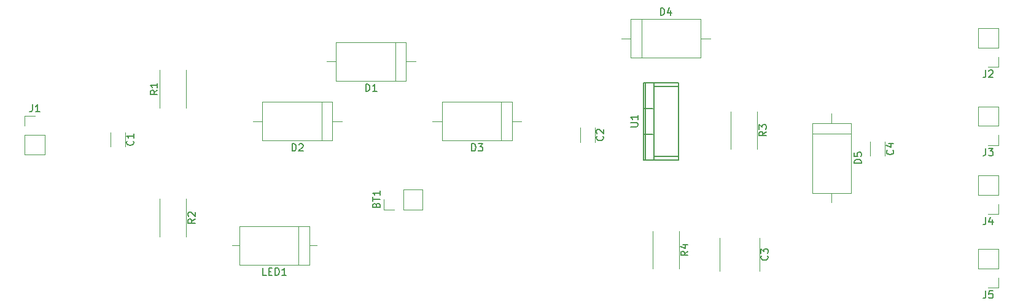
<source format=gbr>
G04 #@! TF.FileFunction,Legend,Top*
%FSLAX46Y46*%
G04 Gerber Fmt 4.6, Leading zero omitted, Abs format (unit mm)*
G04 Created by KiCad (PCBNEW 4.0.5) date 02/22/17 18:23:54*
%MOMM*%
%LPD*%
G01*
G04 APERTURE LIST*
%ADD10C,0.127000*%
%ADD11C,0.120000*%
%ADD12C,0.150000*%
G04 APERTURE END LIST*
D10*
D11*
X57150000Y13215000D02*
X59810000Y13215000D01*
X59810000Y13215000D02*
X59810000Y15995000D01*
X59810000Y15995000D02*
X57150000Y15995000D01*
X57150000Y15995000D02*
X57150000Y13215000D01*
X55880000Y13215000D02*
X54490000Y13215000D01*
X54490000Y13215000D02*
X54490000Y14605000D01*
X18800000Y21860000D02*
X18800000Y23860000D01*
X16760000Y23860000D02*
X16760000Y21860000D01*
X83570000Y22495000D02*
X83570000Y24495000D01*
X81530000Y24495000D02*
X81530000Y22495000D01*
X106235000Y4685000D02*
X106235000Y9285000D01*
X100775000Y9285000D02*
X100775000Y4685000D01*
X123575000Y20590000D02*
X123575000Y22590000D01*
X121535000Y22590000D02*
X121535000Y20590000D01*
X57530000Y30990000D02*
X57530000Y36320000D01*
X57530000Y36320000D02*
X47880000Y36320000D01*
X47880000Y36320000D02*
X47880000Y30990000D01*
X47880000Y30990000D02*
X57530000Y30990000D01*
X58845000Y33655000D02*
X57530000Y33655000D01*
X46565000Y33655000D02*
X47880000Y33655000D01*
X56040500Y30990000D02*
X56040500Y36320000D01*
X47370000Y22735000D02*
X47370000Y28065000D01*
X47370000Y28065000D02*
X37720000Y28065000D01*
X37720000Y28065000D02*
X37720000Y22735000D01*
X37720000Y22735000D02*
X47370000Y22735000D01*
X48685000Y25400000D02*
X47370000Y25400000D01*
X36405000Y25400000D02*
X37720000Y25400000D01*
X45880500Y22735000D02*
X45880500Y28065000D01*
X72135000Y22735000D02*
X72135000Y28065000D01*
X72135000Y28065000D02*
X62485000Y28065000D01*
X62485000Y28065000D02*
X62485000Y22735000D01*
X62485000Y22735000D02*
X72135000Y22735000D01*
X73450000Y25400000D02*
X72135000Y25400000D01*
X61170000Y25400000D02*
X62485000Y25400000D01*
X70645500Y22735000D02*
X70645500Y28065000D01*
X88520000Y39495000D02*
X88520000Y34165000D01*
X88520000Y34165000D02*
X98170000Y34165000D01*
X98170000Y34165000D02*
X98170000Y39495000D01*
X98170000Y39495000D02*
X88520000Y39495000D01*
X87205000Y36830000D02*
X88520000Y36830000D01*
X99485000Y36830000D02*
X98170000Y36830000D01*
X90009500Y39495000D02*
X90009500Y34165000D01*
X118870000Y25145000D02*
X113540000Y25145000D01*
X113540000Y25145000D02*
X113540000Y15495000D01*
X113540000Y15495000D02*
X118870000Y15495000D01*
X118870000Y15495000D02*
X118870000Y25145000D01*
X116205000Y26460000D02*
X116205000Y25145000D01*
X116205000Y14180000D02*
X116205000Y15495000D01*
X118870000Y23655500D02*
X113540000Y23655500D01*
X4960000Y23495000D02*
X4960000Y20835000D01*
X4960000Y20835000D02*
X7740000Y20835000D01*
X7740000Y20835000D02*
X7740000Y23495000D01*
X7740000Y23495000D02*
X4960000Y23495000D01*
X4960000Y24765000D02*
X4960000Y26155000D01*
X4960000Y26155000D02*
X6350000Y26155000D01*
X139185000Y35560000D02*
X139185000Y38220000D01*
X139185000Y38220000D02*
X136405000Y38220000D01*
X136405000Y38220000D02*
X136405000Y35560000D01*
X136405000Y35560000D02*
X139185000Y35560000D01*
X139185000Y34290000D02*
X139185000Y32900000D01*
X139185000Y32900000D02*
X137795000Y32900000D01*
X139185000Y24765000D02*
X139185000Y27425000D01*
X139185000Y27425000D02*
X136405000Y27425000D01*
X136405000Y27425000D02*
X136405000Y24765000D01*
X136405000Y24765000D02*
X139185000Y24765000D01*
X139185000Y23495000D02*
X139185000Y22105000D01*
X139185000Y22105000D02*
X137795000Y22105000D01*
X139185000Y15240000D02*
X139185000Y17900000D01*
X139185000Y17900000D02*
X136405000Y17900000D01*
X136405000Y17900000D02*
X136405000Y15240000D01*
X136405000Y15240000D02*
X139185000Y15240000D01*
X139185000Y13970000D02*
X139185000Y12580000D01*
X139185000Y12580000D02*
X137795000Y12580000D01*
X139185000Y5080000D02*
X139185000Y7740000D01*
X139185000Y7740000D02*
X136405000Y7740000D01*
X136405000Y7740000D02*
X136405000Y5080000D01*
X136405000Y5080000D02*
X139185000Y5080000D01*
X139185000Y3810000D02*
X139185000Y2420000D01*
X139185000Y2420000D02*
X137795000Y2420000D01*
X44180000Y5595000D02*
X44180000Y10915000D01*
X44180000Y10915000D02*
X34560000Y10915000D01*
X34560000Y10915000D02*
X34560000Y5595000D01*
X34560000Y5595000D02*
X44180000Y5595000D01*
X45210000Y8255000D02*
X44180000Y8255000D01*
X33530000Y8255000D02*
X34560000Y8255000D01*
X42695000Y5595000D02*
X42695000Y10915000D01*
X27220000Y32445000D02*
X27220000Y27245000D01*
X23580000Y27245000D02*
X23580000Y32445000D01*
X23580000Y9465000D02*
X23580000Y14665000D01*
X27220000Y14665000D02*
X27220000Y9465000D01*
X102320000Y21530000D02*
X102320000Y26730000D01*
X105960000Y26730000D02*
X105960000Y21530000D01*
X91525000Y5020000D02*
X91525000Y10220000D01*
X95165000Y10220000D02*
X95165000Y5020000D01*
D12*
X91694000Y30226000D02*
X95123000Y30226000D01*
X91694000Y20574000D02*
X95123000Y20574000D01*
X90551000Y30734000D02*
X90551000Y20066000D01*
X91567000Y27178000D02*
X90297000Y27178000D01*
X91567000Y23622000D02*
X90297000Y23622000D01*
X91694000Y20066000D02*
X91694000Y30734000D01*
X95123000Y30734000D02*
X95123000Y20066000D01*
X90297000Y20066000D02*
X95123000Y20066000D01*
X90297000Y30734000D02*
X95123000Y30734000D01*
X90297000Y30734000D02*
X90297000Y20066000D01*
X53418571Y13819286D02*
X53466190Y13962143D01*
X53513810Y14009762D01*
X53609048Y14057381D01*
X53751905Y14057381D01*
X53847143Y14009762D01*
X53894762Y13962143D01*
X53942381Y13866905D01*
X53942381Y13485952D01*
X52942381Y13485952D01*
X52942381Y13819286D01*
X52990000Y13914524D01*
X53037619Y13962143D01*
X53132857Y14009762D01*
X53228095Y14009762D01*
X53323333Y13962143D01*
X53370952Y13914524D01*
X53418571Y13819286D01*
X53418571Y13485952D01*
X52942381Y14343095D02*
X52942381Y14914524D01*
X53942381Y14628809D02*
X52942381Y14628809D01*
X53942381Y15771667D02*
X53942381Y15200238D01*
X53942381Y15485952D02*
X52942381Y15485952D01*
X53085238Y15390714D01*
X53180476Y15295476D01*
X53228095Y15200238D01*
X19887143Y22693334D02*
X19934762Y22645715D01*
X19982381Y22502858D01*
X19982381Y22407620D01*
X19934762Y22264762D01*
X19839524Y22169524D01*
X19744286Y22121905D01*
X19553810Y22074286D01*
X19410952Y22074286D01*
X19220476Y22121905D01*
X19125238Y22169524D01*
X19030000Y22264762D01*
X18982381Y22407620D01*
X18982381Y22502858D01*
X19030000Y22645715D01*
X19077619Y22693334D01*
X19982381Y23645715D02*
X19982381Y23074286D01*
X19982381Y23360000D02*
X18982381Y23360000D01*
X19125238Y23264762D01*
X19220476Y23169524D01*
X19268095Y23074286D01*
X84657143Y23328334D02*
X84704762Y23280715D01*
X84752381Y23137858D01*
X84752381Y23042620D01*
X84704762Y22899762D01*
X84609524Y22804524D01*
X84514286Y22756905D01*
X84323810Y22709286D01*
X84180952Y22709286D01*
X83990476Y22756905D01*
X83895238Y22804524D01*
X83800000Y22899762D01*
X83752381Y23042620D01*
X83752381Y23137858D01*
X83800000Y23280715D01*
X83847619Y23328334D01*
X83847619Y23709286D02*
X83800000Y23756905D01*
X83752381Y23852143D01*
X83752381Y24090239D01*
X83800000Y24185477D01*
X83847619Y24233096D01*
X83942857Y24280715D01*
X84038095Y24280715D01*
X84180952Y24233096D01*
X84752381Y23661667D01*
X84752381Y24280715D01*
X107362143Y6818334D02*
X107409762Y6770715D01*
X107457381Y6627858D01*
X107457381Y6532620D01*
X107409762Y6389762D01*
X107314524Y6294524D01*
X107219286Y6246905D01*
X107028810Y6199286D01*
X106885952Y6199286D01*
X106695476Y6246905D01*
X106600238Y6294524D01*
X106505000Y6389762D01*
X106457381Y6532620D01*
X106457381Y6627858D01*
X106505000Y6770715D01*
X106552619Y6818334D01*
X106457381Y7151667D02*
X106457381Y7770715D01*
X106838333Y7437381D01*
X106838333Y7580239D01*
X106885952Y7675477D01*
X106933571Y7723096D01*
X107028810Y7770715D01*
X107266905Y7770715D01*
X107362143Y7723096D01*
X107409762Y7675477D01*
X107457381Y7580239D01*
X107457381Y7294524D01*
X107409762Y7199286D01*
X107362143Y7151667D01*
X124662143Y21423334D02*
X124709762Y21375715D01*
X124757381Y21232858D01*
X124757381Y21137620D01*
X124709762Y20994762D01*
X124614524Y20899524D01*
X124519286Y20851905D01*
X124328810Y20804286D01*
X124185952Y20804286D01*
X123995476Y20851905D01*
X123900238Y20899524D01*
X123805000Y20994762D01*
X123757381Y21137620D01*
X123757381Y21232858D01*
X123805000Y21375715D01*
X123852619Y21423334D01*
X124090714Y22280477D02*
X124757381Y22280477D01*
X123709762Y22042381D02*
X124424048Y21804286D01*
X124424048Y22423334D01*
X51966905Y29537619D02*
X51966905Y30537619D01*
X52205000Y30537619D01*
X52347858Y30490000D01*
X52443096Y30394762D01*
X52490715Y30299524D01*
X52538334Y30109048D01*
X52538334Y29966190D01*
X52490715Y29775714D01*
X52443096Y29680476D01*
X52347858Y29585238D01*
X52205000Y29537619D01*
X51966905Y29537619D01*
X53490715Y29537619D02*
X52919286Y29537619D01*
X53205000Y29537619D02*
X53205000Y30537619D01*
X53109762Y30394762D01*
X53014524Y30299524D01*
X52919286Y30251905D01*
X41806905Y21282619D02*
X41806905Y22282619D01*
X42045000Y22282619D01*
X42187858Y22235000D01*
X42283096Y22139762D01*
X42330715Y22044524D01*
X42378334Y21854048D01*
X42378334Y21711190D01*
X42330715Y21520714D01*
X42283096Y21425476D01*
X42187858Y21330238D01*
X42045000Y21282619D01*
X41806905Y21282619D01*
X42759286Y22187381D02*
X42806905Y22235000D01*
X42902143Y22282619D01*
X43140239Y22282619D01*
X43235477Y22235000D01*
X43283096Y22187381D01*
X43330715Y22092143D01*
X43330715Y21996905D01*
X43283096Y21854048D01*
X42711667Y21282619D01*
X43330715Y21282619D01*
X66571905Y21282619D02*
X66571905Y22282619D01*
X66810000Y22282619D01*
X66952858Y22235000D01*
X67048096Y22139762D01*
X67095715Y22044524D01*
X67143334Y21854048D01*
X67143334Y21711190D01*
X67095715Y21520714D01*
X67048096Y21425476D01*
X66952858Y21330238D01*
X66810000Y21282619D01*
X66571905Y21282619D01*
X67476667Y22282619D02*
X68095715Y22282619D01*
X67762381Y21901667D01*
X67905239Y21901667D01*
X68000477Y21854048D01*
X68048096Y21806429D01*
X68095715Y21711190D01*
X68095715Y21473095D01*
X68048096Y21377857D01*
X68000477Y21330238D01*
X67905239Y21282619D01*
X67619524Y21282619D01*
X67524286Y21330238D01*
X67476667Y21377857D01*
X92606905Y40042619D02*
X92606905Y41042619D01*
X92845000Y41042619D01*
X92987858Y40995000D01*
X93083096Y40899762D01*
X93130715Y40804524D01*
X93178334Y40614048D01*
X93178334Y40471190D01*
X93130715Y40280714D01*
X93083096Y40185476D01*
X92987858Y40090238D01*
X92845000Y40042619D01*
X92606905Y40042619D01*
X94035477Y40709286D02*
X94035477Y40042619D01*
X93797381Y41090238D02*
X93559286Y40375952D01*
X94178334Y40375952D01*
X120322381Y19581905D02*
X119322381Y19581905D01*
X119322381Y19820000D01*
X119370000Y19962858D01*
X119465238Y20058096D01*
X119560476Y20105715D01*
X119750952Y20153334D01*
X119893810Y20153334D01*
X120084286Y20105715D01*
X120179524Y20058096D01*
X120274762Y19962858D01*
X120322381Y19820000D01*
X120322381Y19581905D01*
X119322381Y21058096D02*
X119322381Y20581905D01*
X119798571Y20534286D01*
X119750952Y20581905D01*
X119703333Y20677143D01*
X119703333Y20915239D01*
X119750952Y21010477D01*
X119798571Y21058096D01*
X119893810Y21105715D01*
X120131905Y21105715D01*
X120227143Y21058096D01*
X120274762Y21010477D01*
X120322381Y20915239D01*
X120322381Y20677143D01*
X120274762Y20581905D01*
X120227143Y20534286D01*
X6016667Y27702619D02*
X6016667Y26988333D01*
X5969047Y26845476D01*
X5873809Y26750238D01*
X5730952Y26702619D01*
X5635714Y26702619D01*
X7016667Y26702619D02*
X6445238Y26702619D01*
X6730952Y26702619D02*
X6730952Y27702619D01*
X6635714Y27559762D01*
X6540476Y27464524D01*
X6445238Y27416905D01*
X137461667Y32447619D02*
X137461667Y31733333D01*
X137414047Y31590476D01*
X137318809Y31495238D01*
X137175952Y31447619D01*
X137080714Y31447619D01*
X137890238Y32352381D02*
X137937857Y32400000D01*
X138033095Y32447619D01*
X138271191Y32447619D01*
X138366429Y32400000D01*
X138414048Y32352381D01*
X138461667Y32257143D01*
X138461667Y32161905D01*
X138414048Y32019048D01*
X137842619Y31447619D01*
X138461667Y31447619D01*
X137461667Y21652619D02*
X137461667Y20938333D01*
X137414047Y20795476D01*
X137318809Y20700238D01*
X137175952Y20652619D01*
X137080714Y20652619D01*
X137842619Y21652619D02*
X138461667Y21652619D01*
X138128333Y21271667D01*
X138271191Y21271667D01*
X138366429Y21224048D01*
X138414048Y21176429D01*
X138461667Y21081190D01*
X138461667Y20843095D01*
X138414048Y20747857D01*
X138366429Y20700238D01*
X138271191Y20652619D01*
X137985476Y20652619D01*
X137890238Y20700238D01*
X137842619Y20747857D01*
X137461667Y12127619D02*
X137461667Y11413333D01*
X137414047Y11270476D01*
X137318809Y11175238D01*
X137175952Y11127619D01*
X137080714Y11127619D01*
X138366429Y11794286D02*
X138366429Y11127619D01*
X138128333Y12175238D02*
X137890238Y11460952D01*
X138509286Y11460952D01*
X137461667Y1967619D02*
X137461667Y1253333D01*
X137414047Y1110476D01*
X137318809Y1015238D01*
X137175952Y967619D01*
X137080714Y967619D01*
X138414048Y1967619D02*
X137937857Y1967619D01*
X137890238Y1491429D01*
X137937857Y1539048D01*
X138033095Y1586667D01*
X138271191Y1586667D01*
X138366429Y1539048D01*
X138414048Y1491429D01*
X138461667Y1396190D01*
X138461667Y1158095D01*
X138414048Y1062857D01*
X138366429Y1015238D01*
X138271191Y967619D01*
X138033095Y967619D01*
X137937857Y1015238D01*
X137890238Y1062857D01*
X38250953Y4142619D02*
X37774762Y4142619D01*
X37774762Y5142619D01*
X38584286Y4666429D02*
X38917620Y4666429D01*
X39060477Y4142619D02*
X38584286Y4142619D01*
X38584286Y5142619D01*
X39060477Y5142619D01*
X39489048Y4142619D02*
X39489048Y5142619D01*
X39727143Y5142619D01*
X39870001Y5095000D01*
X39965239Y4999762D01*
X40012858Y4904524D01*
X40060477Y4714048D01*
X40060477Y4571190D01*
X40012858Y4380714D01*
X39965239Y4285476D01*
X39870001Y4190238D01*
X39727143Y4142619D01*
X39489048Y4142619D01*
X41012858Y4142619D02*
X40441429Y4142619D01*
X40727143Y4142619D02*
X40727143Y5142619D01*
X40631905Y4999762D01*
X40536667Y4904524D01*
X40441429Y4856905D01*
X23252381Y29678334D02*
X22776190Y29345000D01*
X23252381Y29106905D02*
X22252381Y29106905D01*
X22252381Y29487858D01*
X22300000Y29583096D01*
X22347619Y29630715D01*
X22442857Y29678334D01*
X22585714Y29678334D01*
X22680952Y29630715D01*
X22728571Y29583096D01*
X22776190Y29487858D01*
X22776190Y29106905D01*
X23252381Y30630715D02*
X23252381Y30059286D01*
X23252381Y30345000D02*
X22252381Y30345000D01*
X22395238Y30249762D01*
X22490476Y30154524D01*
X22538095Y30059286D01*
X28452381Y11898334D02*
X27976190Y11565000D01*
X28452381Y11326905D02*
X27452381Y11326905D01*
X27452381Y11707858D01*
X27500000Y11803096D01*
X27547619Y11850715D01*
X27642857Y11898334D01*
X27785714Y11898334D01*
X27880952Y11850715D01*
X27928571Y11803096D01*
X27976190Y11707858D01*
X27976190Y11326905D01*
X27547619Y12279286D02*
X27500000Y12326905D01*
X27452381Y12422143D01*
X27452381Y12660239D01*
X27500000Y12755477D01*
X27547619Y12803096D01*
X27642857Y12850715D01*
X27738095Y12850715D01*
X27880952Y12803096D01*
X28452381Y12231667D01*
X28452381Y12850715D01*
X107192381Y23963334D02*
X106716190Y23630000D01*
X107192381Y23391905D02*
X106192381Y23391905D01*
X106192381Y23772858D01*
X106240000Y23868096D01*
X106287619Y23915715D01*
X106382857Y23963334D01*
X106525714Y23963334D01*
X106620952Y23915715D01*
X106668571Y23868096D01*
X106716190Y23772858D01*
X106716190Y23391905D01*
X106192381Y24296667D02*
X106192381Y24915715D01*
X106573333Y24582381D01*
X106573333Y24725239D01*
X106620952Y24820477D01*
X106668571Y24868096D01*
X106763810Y24915715D01*
X107001905Y24915715D01*
X107097143Y24868096D01*
X107144762Y24820477D01*
X107192381Y24725239D01*
X107192381Y24439524D01*
X107144762Y24344286D01*
X107097143Y24296667D01*
X96397381Y7453334D02*
X95921190Y7120000D01*
X96397381Y6881905D02*
X95397381Y6881905D01*
X95397381Y7262858D01*
X95445000Y7358096D01*
X95492619Y7405715D01*
X95587857Y7453334D01*
X95730714Y7453334D01*
X95825952Y7405715D01*
X95873571Y7358096D01*
X95921190Y7262858D01*
X95921190Y6881905D01*
X95730714Y8310477D02*
X96397381Y8310477D01*
X95349762Y8072381D02*
X96064048Y7834286D01*
X96064048Y8453334D01*
X88479381Y24638095D02*
X89288905Y24638095D01*
X89384143Y24685714D01*
X89431762Y24733333D01*
X89479381Y24828571D01*
X89479381Y25019048D01*
X89431762Y25114286D01*
X89384143Y25161905D01*
X89288905Y25209524D01*
X88479381Y25209524D01*
X89479381Y26209524D02*
X89479381Y25638095D01*
X89479381Y25923809D02*
X88479381Y25923809D01*
X88622238Y25828571D01*
X88717476Y25733333D01*
X88765095Y25638095D01*
M02*

</source>
